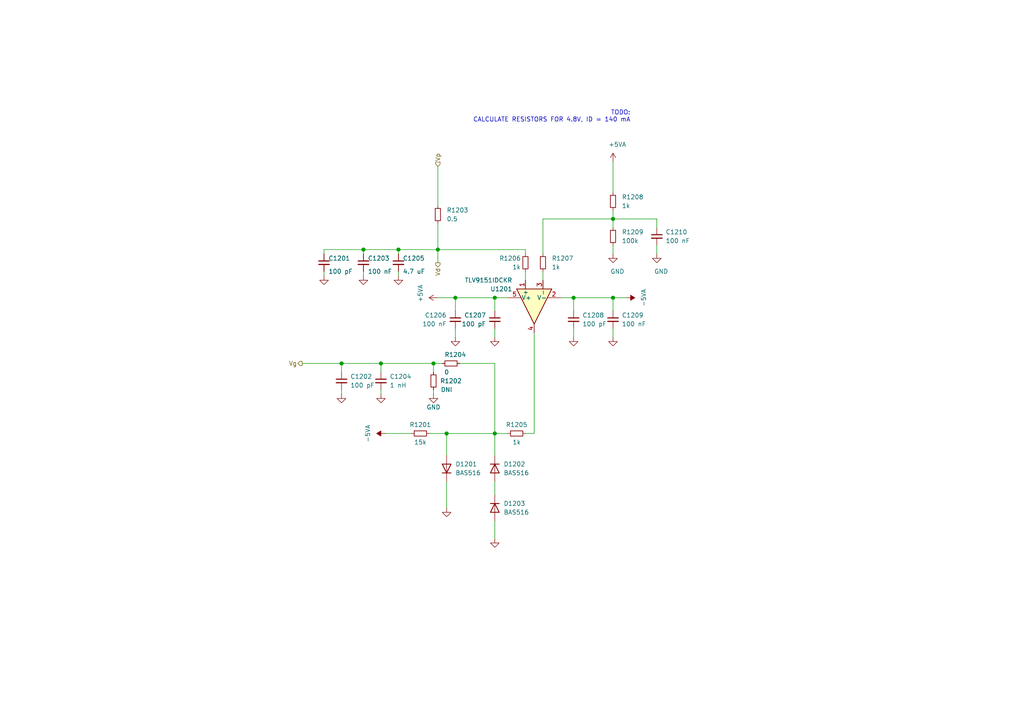
<source format=kicad_sch>
(kicad_sch (version 20211123) (generator eeschema)
  (paper "A4")
  (lib_symbols
    (symbol "Amplifier_Operational:TLV9001IDCK" (pin_names (offset 0.127))
      (property "Reference" "U" (at 7.62 2.54 0))
      (property "Value" "TLV9001IDCK" (at 11.43 -2.54 0))
      (symbol "TLV9001IDCK_0_1"
        (polyline (pts (xy -2.54 5.08) (xy -2.54 -5.08) (xy 7.62 0) (xy -2.54 5.08)) (stroke (width 0.254)) (fill (type background)))
      )
      (symbol "TLV9001IDCK_1_1"
        (pin input line (at -5.08 2.54 0) (length 2.54) (name "+") (number "1"))
        (pin power_in line (at 0 -7.62 90) (length 3.81) (name "V-") (number "2"))
        (pin input line (at -5.08 -2.54 0) (length 2.54) (name "-") (number "3"))
        (pin output line (at 10.16 0 180) (length 2.54) (name "~") (number "4"))
        (pin power_in line (at 0 7.62 270) (length 3.81) (name "V+") (number "5"))
      )
    )
    (symbol "Device:C_Small" (pin_numbers hide) (pin_names (offset 0.254) hide)
      (property "Reference" "C" (at 0.254 1.778 0))
      (property "Value" "C_Small" (at 0.254 -2.032 0))
      (symbol "C_Small_0_1"
        (polyline (pts (xy -1.524 -0.508) (xy 1.524 -0.508)) (stroke (width 0.3302)))
        (polyline (pts (xy -1.524 0.508) (xy 1.524 0.508)) (stroke (width 0.3048)))
      )
      (symbol "C_Small_1_1"
        (pin passive line (at 0 2.54 270) (length 2.032) (name "~") (number "1"))
        (pin passive line (at 0 -2.54 90) (length 2.032) (name "~") (number "2"))
      )
    )
    (symbol "Device:R_Small" (pin_numbers hide) (pin_names (offset 0.254) hide)
      (property "Reference" "R" (at 0.762 0.508 0))
      (property "Value" "R_Small" (at 0.762 -1.016 0))
      (symbol "R_Small_0_1"
        (rectangle (start -0.762 1.778) (end 0.762 -1.778) (stroke (width 0.2032)))
      )
      (symbol "R_Small_1_1"
        (pin passive line (at 0 2.54 270) (length 0.762) (name "~") (number "1"))
        (pin passive line (at 0 -2.54 90) (length 0.762) (name "~") (number "2"))
      )
    )
    (symbol "Diode:BAS516" (pin_numbers hide) (pin_names (offset 1.016) hide)
      (property "Reference" "D" (at 0 2.54 0))
      (property "Value" "BAS516" (at 0 -2.54 0))
      (symbol "BAS516_0_1"
        (polyline (pts (xy -1.27 1.27) (xy -1.27 -1.27)) (stroke (width 0.254)))
        (polyline (pts (xy 1.27 0) (xy -1.27 0)))
        (polyline (pts (xy 1.27 1.27) (xy 1.27 -1.27) (xy -1.27 0) (xy 1.27 1.27)) (stroke (width 0.254)))
      )
      (symbol "BAS516_1_1"
        (pin passive line (at -3.81 0 0) (length 2.54) (name "K") (number "1"))
        (pin passive line (at 3.81 0 180) (length 2.54) (name "A") (number "2"))
      )
    )
    (symbol "power:+5VA" (power) (pin_names (offset 0))
      (property "Value" "+5VA" (at 0 3.556 0))
      (symbol "+5VA_0_1"
        (polyline (pts (xy -0.762 1.27) (xy 0 2.54)))
        (polyline (pts (xy 0 0) (xy 0 2.54)))
        (polyline (pts (xy 0 2.54) (xy 0.762 1.27)))
      )
      (symbol "+5VA_1_1"
        (pin power_in line (at 0 0 90) (length 0) hide (name "+5VA") (number "1"))
      )
    )
    (symbol "power:-5VA" (power) (pin_names (offset 0))
      (property "Value" "-5VA" (at 0 3.81 0))
      (symbol "-5VA_0_0"
        (pin power_in line (at 0 0 90) (length 0) hide (name "-5VA") (number "1"))
      )
      (symbol "-5VA_0_1"
        (polyline (pts (xy 0 0) (xy 0 1.27) (xy 0.762 1.27) (xy 0 2.54) (xy -0.762 1.27) (xy 0 1.27)) (fill (type outline)))
      )
    )
    (symbol "power:GND" (power) (pin_names (offset 0))
      (property "Value" "GND" (at 0 -3.81 0))
      (symbol "GND_0_1"
        (polyline (pts (xy 0 0) (xy 0 -1.27) (xy 1.27 -1.27) (xy 0 -2.54) (xy -1.27 -1.27) (xy 0 -1.27)))
      )
      (symbol "GND_1_1"
        (pin power_in line (at 0 0 270) (length 0) hide (name "GND") (number "1"))
      )
    )
  )
  (junction (at 125.73 105.41) (diameter 1.016))
  (junction (at 166.37 86.36) (diameter 1.016))
  (junction (at 143.51 86.36) (diameter 1.016))
  (junction (at 115.57 72.39) (diameter 1.016))
  (junction (at 132.08 86.36) (diameter 1.016))
  (junction (at 105.41 72.39) (diameter 1.016))
  (junction (at 177.8 63.5) (diameter 1.016))
  (junction (at 127 72.39) (diameter 1.016))
  (junction (at 99.06 105.41) (diameter 1.016))
  (junction (at 177.8 86.36) (diameter 1.016))
  (junction (at 110.49 105.41) (diameter 1.016))
  (junction (at 129.54 125.73) (diameter 1.016))
  (junction (at 143.51 125.73) (diameter 1.016))
  (wire (pts (xy 93.98 72.39) (xy 105.41 72.39)))
  (wire (pts (xy 177.8 86.36) (xy 177.8 90.17)))
  (wire (pts (xy 181.61 86.36) (xy 177.8 86.36)))
  (wire (pts (xy 129.54 125.73) (xy 129.54 132.08)))
  (wire (pts (xy 110.49 105.41) (xy 110.49 107.95)))
  (wire (pts (xy 111.76 125.73) (xy 119.38 125.73)))
  (wire (pts (xy 154.94 96.52) (xy 154.94 125.73)))
  (wire (pts (xy 125.73 105.41) (xy 125.73 107.95)))
  (wire (pts (xy 133.35 105.41) (xy 143.51 105.41)))
  (wire (pts (xy 152.4 72.39) (xy 152.4 73.66)))
  (wire (pts (xy 152.4 125.73) (xy 154.94 125.73)))
  (wire (pts (xy 105.41 72.39) (xy 105.41 73.66)))
  (wire (pts (xy 99.06 105.41) (xy 99.06 107.95)))
  (wire (pts (xy 127 72.39) (xy 152.4 72.39)))
  (wire (pts (xy 105.41 78.74) (xy 105.41 80.01)))
  (wire (pts (xy 166.37 86.36) (xy 177.8 86.36)))
  (wire (pts (xy 93.98 78.74) (xy 93.98 80.01)))
  (wire (pts (xy 152.4 78.74) (xy 152.4 81.28)))
  (wire (pts (xy 157.48 63.5) (xy 157.48 73.66)))
  (wire (pts (xy 99.06 113.03) (xy 99.06 114.3)))
  (wire (pts (xy 115.57 78.74) (xy 115.57 80.01)))
  (wire (pts (xy 127 48.26) (xy 127 59.69)))
  (wire (pts (xy 177.8 60.96) (xy 177.8 63.5)))
  (wire (pts (xy 110.49 113.03) (xy 110.49 114.3)))
  (wire (pts (xy 127 86.36) (xy 132.08 86.36)))
  (wire (pts (xy 124.46 125.73) (xy 129.54 125.73)))
  (wire (pts (xy 132.08 95.25) (xy 132.08 97.79)))
  (wire (pts (xy 125.73 113.03) (xy 125.73 114.3)))
  (wire (pts (xy 177.8 71.12) (xy 177.8 73.66)))
  (wire (pts (xy 177.8 63.5) (xy 190.5 63.5)))
  (wire (pts (xy 190.5 63.5) (xy 190.5 66.04)))
  (wire (pts (xy 93.98 72.39) (xy 93.98 73.66)))
  (wire (pts (xy 129.54 125.73) (xy 143.51 125.73)))
  (wire (pts (xy 157.48 78.74) (xy 157.48 81.28)))
  (wire (pts (xy 115.57 72.39) (xy 127 72.39)))
  (wire (pts (xy 127 72.39) (xy 127 76.2)))
  (wire (pts (xy 127 64.77) (xy 127 72.39)))
  (wire (pts (xy 105.41 72.39) (xy 115.57 72.39)))
  (wire (pts (xy 190.5 71.12) (xy 190.5 73.66)))
  (wire (pts (xy 115.57 72.39) (xy 115.57 73.66)))
  (wire (pts (xy 143.51 125.73) (xy 143.51 132.08)))
  (wire (pts (xy 143.51 95.25) (xy 143.51 97.79)))
  (wire (pts (xy 177.8 63.5) (xy 177.8 66.04)))
  (wire (pts (xy 166.37 86.36) (xy 166.37 90.17)))
  (wire (pts (xy 110.49 105.41) (xy 125.73 105.41)))
  (wire (pts (xy 166.37 95.25) (xy 166.37 97.79)))
  (wire (pts (xy 157.48 63.5) (xy 177.8 63.5)))
  (wire (pts (xy 132.08 86.36) (xy 143.51 86.36)))
  (wire (pts (xy 143.51 125.73) (xy 147.32 125.73)))
  (wire (pts (xy 87.63 105.41) (xy 99.06 105.41)))
  (wire (pts (xy 132.08 86.36) (xy 132.08 90.17)))
  (wire (pts (xy 125.73 105.41) (xy 128.27 105.41)))
  (wire (pts (xy 143.51 139.7) (xy 143.51 143.51)))
  (wire (pts (xy 143.51 151.13) (xy 143.51 156.21)))
  (wire (pts (xy 143.51 86.36) (xy 147.32 86.36)))
  (wire (pts (xy 129.54 139.7) (xy 129.54 147.32)))
  (wire (pts (xy 177.8 95.25) (xy 177.8 97.79)))
  (wire (pts (xy 99.06 105.41) (xy 110.49 105.41)))
  (wire (pts (xy 177.8 46.99) (xy 177.8 55.88)))
  (wire (pts (xy 162.56 86.36) (xy 166.37 86.36)))
  (wire (pts (xy 143.51 86.36) (xy 143.51 90.17)))
  (wire (pts (xy 143.51 105.41) (xy 143.51 125.73)))
  (text "TODO:\nCALCULATE RESISTORS FOR 4.8V, ID = 140 mA" (at 182.88 35.56 180) (effects (font (size 1.27 1.27)) (justify right bottom)))
  (hierarchical_label "Vg" (shape output) (at 87.63 105.41 180))
  (hierarchical_label "Vp" (shape input) (at 127 48.26 90))
  (hierarchical_label "Vd" (shape output) (at 127 76.2 270))
  (symbol (lib_id "Device:C_Small") (at 105.41 76.2 0) (unit 1)
    (property "Reference" "C1203" (at 106.68 74.93 0) (effects (justify left)))
    (property "Value" "100 nF" (at 106.68 78.74 0) (effects (justify left)))
    (property "Footprint" "Capacitor_SMD:C_0402_1005Metric" (effects hide))
  )
  (symbol (lib_id "power:GND") (at 99.06 114.3 0) (unit 1)
    (property "Reference" "#PWR01202" (effects hide))
    (property "Value" "GND" (effects hide))
  )
  (symbol (lib_id "Device:R_Small") (at 152.4 76.2 0) (unit 1)
    (property "Reference" "R1206" (at 144.78 74.93 0) (effects (justify left)))
    (property "Value" "1k" (at 148.59 77.47 0) (effects (justify left)))
    (property "Footprint" "Resistor_SMD:R_0402_1005Metric" (effects hide))
  )
  (symbol (lib_id "Device:C_Small") (at 93.98 76.2 0) (unit 1)
    (property "Reference" "C1201" (at 95.25 74.93 0) (effects (justify left)))
    (property "Value" "100 pF" (at 95.25 78.74 0) (effects (justify left)))
    (property "Footprint" "Capacitor_SMD:C_0402_1005Metric" (effects hide))
  )
  (symbol (lib_id "Device:R_Small") (at 177.8 68.58 0) (unit 1)
    (property "Reference" "R1209" (at 180.34 67.31 0) (effects (justify left)))
    (property "Value" "100k" (at 180.34 69.85 0) (effects (justify left)))
    (property "Footprint" "Resistor_SMD:R_0402_1005Metric" (effects hide))
  )
  (symbol (lib_id "Diode:BAS516") (at 143.51 147.32 270) (unit 1)
    (property "Reference" "D1203" (at 146.05 146.05 90) (effects (justify left)))
    (property "Value" "BAS516" (at 146.05 148.59 90) (effects (justify left)))
    (property "Footprint" "Diode_SMD:D_SOD-523" (effects hide))
    (property "Datasheet" "https://assets.nexperia.com/documents/data-sheet/BAS16_SER.pdf" (effects hide))
  )
  (symbol (lib_id "power:+5VA") (at 177.8 46.99 0) (unit 1)
    (property "Reference" "#PWR01214" (effects hide))
    (property "Value" "+5VA" (at 179.07 41.91 0))
  )
  (symbol (lib_id "Device:R_Small") (at 130.81 105.41 270) (unit 1)
    (property "Reference" "R1204" (at 132.08 102.87 90))
    (property "Value" "0" (at 129.54 107.95 90))
    (property "Footprint" "Resistor_SMD:R_0402_1005Metric" (effects hide))
  )
  (symbol (lib_id "Device:R_Small") (at 157.48 76.2 0) (unit 1)
    (property "Reference" "R1207" (at 160.02 74.93 0) (effects (justify left)))
    (property "Value" "1k" (at 160.02 77.47 0) (effects (justify left)))
    (property "Footprint" "Resistor_SMD:R_0402_1005Metric" (effects hide))
  )
  (symbol (lib_id "Device:C_Small") (at 115.57 76.2 0) (unit 1)
    (property "Reference" "C1205" (at 116.84 74.93 0) (effects (justify left)))
    (property "Value" "4.7 uF" (at 116.84 78.74 0) (effects (justify left)))
    (property "Footprint" "Capacitor_SMD:C_0603_1608Metric" (effects hide))
  )
  (symbol (lib_id "power:GND") (at 115.57 80.01 0) (unit 1)
    (property "Reference" "#PWR01206" (effects hide))
    (property "Value" "GND" (effects hide))
  )
  (symbol (lib_id "Device:R_Small") (at 177.8 58.42 0) (unit 1)
    (property "Reference" "R1208" (at 180.34 57.15 0) (effects (justify left)))
    (property "Value" "1k" (at 180.34 59.69 0) (effects (justify left)))
    (property "Footprint" "Resistor_SMD:R_0402_1005Metric" (effects hide))
  )
  (symbol (lib_id "power:GND") (at 93.98 80.01 0) (unit 1)
    (property "Reference" "#PWR01201" (effects hide))
    (property "Value" "GND" (effects hide))
  )
  (symbol (lib_id "Device:C_Small") (at 99.06 110.49 0) (unit 1)
    (property "Reference" "C1202" (at 101.6 109.22 0) (effects (justify left)))
    (property "Value" "100 pF" (at 101.6 111.76 0) (effects (justify left)))
    (property "Footprint" "Capacitor_SMD:C_0402_1005Metric" (effects hide))
  )
  (symbol (lib_id "power:GND") (at 143.51 156.21 0) (mirror y) (unit 1)
    (property "Reference" "#PWR01212" (effects hide))
    (property "Value" "GND" (effects hide))
  )
  (symbol (lib_id "Device:C_Small") (at 143.51 92.71 0) (mirror y) (unit 1)
    (property "Reference" "C1207" (at 140.97 91.44 0) (effects (justify left)))
    (property "Value" "100 pF" (at 140.97 93.98 0) (effects (justify left)))
    (property "Footprint" "Capacitor_SMD:C_0402_1005Metric" (effects hide))
  )
  (symbol (lib_id "power:GND") (at 143.51 97.79 0) (mirror y) (unit 1)
    (property "Reference" "#PWR01211" (effects hide))
    (property "Value" "GND" (effects hide))
  )
  (symbol (lib_id "power:GND") (at 129.54 147.32 0) (mirror y) (unit 1)
    (property "Reference" "#PWR01209" (effects hide))
    (property "Value" "GND" (effects hide))
  )
  (symbol (lib_id "Diode:BAS516") (at 129.54 135.89 90) (unit 1)
    (property "Reference" "D1201" (at 132.08 134.62 90) (effects (justify right)))
    (property "Value" "BAS516" (at 132.08 137.16 90) (effects (justify right)))
    (property "Footprint" "Diode_SMD:D_SOD-523" (effects hide))
    (property "Datasheet" "https://assets.nexperia.com/documents/data-sheet/BAS16_SER.pdf" (effects hide))
  )
  (symbol (lib_id "Device:C_Small") (at 190.5 68.58 0) (unit 1)
    (property "Reference" "C1210" (at 193.04 67.31 0) (effects (justify left)))
    (property "Value" "100 nF" (at 193.04 69.85 0) (effects (justify left)))
    (property "Footprint" "Capacitor_SMD:C_0402_1005Metric" (effects hide))
  )
  (symbol (lib_id "power:GND") (at 125.73 114.3 0) (unit 1)
    (property "Reference" "#PWR01207" (effects hide))
    (property "Value" "GND" (at 125.73 118.11 0))
  )
  (symbol (lib_id "power:-5VA") (at 111.76 125.73 90) (unit 1)
    (property "Reference" "#PWR01205" (effects hide))
    (property "Value" "-5VA" (at 106.68 125.73 0))
  )
  (symbol (lib_id "Device:R_Small") (at 127 62.23 0) (unit 1)
    (property "Reference" "R1203" (at 129.54 60.96 0) (effects (justify left)))
    (property "Value" "0.5" (at 129.54 63.5 0) (effects (justify left)))
    (property "Footprint" "Resistor_SMD:R_0603_1608Metric" (effects hide))
  )
  (symbol (lib_id "power:-5VA") (at 181.61 86.36 270) (unit 1)
    (property "Reference" "#PWR01217" (effects hide))
    (property "Value" "-5VA" (at 186.69 86.36 0))
  )
  (symbol (lib_id "power:GND") (at 132.08 97.79 0) (mirror y) (unit 1)
    (property "Reference" "#PWR01210" (effects hide))
    (property "Value" "GND" (effects hide))
  )
  (symbol (lib_id "Amplifier_Operational:TLV9001IDCK") (at 154.94 86.36 90) (mirror x) (unit 1)
    (property "Reference" "U1201" (at 148.59 83.82 90) (effects (justify left)))
    (property "Value" "TLV9151IDCKR" (at 148.59 81.28 90) (effects (justify left)))
    (property "Footprint" "Package_TO_SOT_SMD:SOT-353_SC-70-5" (effects hide))
    (property "Datasheet" "https://www.ti.com/lit/ds/symlink/tlv9001.pdf" (effects hide))
  )
  (symbol (lib_id "power:GND") (at 110.49 114.3 0) (unit 1)
    (property "Reference" "#PWR01204" (effects hide))
    (property "Value" "GND" (effects hide))
  )
  (symbol (lib_id "Device:R_Small") (at 121.92 125.73 90) (unit 1)
    (property "Reference" "R1201" (at 121.92 123.19 90))
    (property "Value" "15k" (at 121.92 128.27 90))
    (property "Footprint" "Resistor_SMD:R_0402_1005Metric" (effects hide))
  )
  (symbol (lib_id "power:GND") (at 190.5 73.66 0) (unit 1)
    (property "Reference" "#PWR01218" (effects hide))
    (property "Value" "GND" (at 191.77 78.74 0))
  )
  (symbol (lib_id "power:GND") (at 105.41 80.01 0) (unit 1)
    (property "Reference" "#PWR01203" (effects hide))
    (property "Value" "GND" (effects hide))
  )
  (symbol (lib_id "power:GND") (at 177.8 97.79 0) (unit 1)
    (property "Reference" "#PWR01216" (effects hide))
    (property "Value" "GND" (effects hide))
  )
  (symbol (lib_id "Diode:BAS516") (at 143.51 135.89 270) (unit 1)
    (property "Reference" "D1202" (at 146.05 134.62 90) (effects (justify left)))
    (property "Value" "BAS516" (at 146.05 137.16 90) (effects (justify left)))
    (property "Footprint" "Diode_SMD:D_SOD-523" (effects hide))
    (property "Datasheet" "https://assets.nexperia.com/documents/data-sheet/BAS16_SER.pdf" (effects hide))
  )
  (symbol (lib_id "Device:C_Small") (at 132.08 92.71 0) (mirror y) (unit 1)
    (property "Reference" "C1206" (at 129.54 91.44 0) (effects (justify left)))
    (property "Value" "100 nF" (at 129.54 93.98 0) (effects (justify left)))
    (property "Footprint" "Capacitor_SMD:C_0402_1005Metric" (effects hide))
  )
  (symbol (lib_id "power:GND") (at 177.8 73.66 0) (unit 1)
    (property "Reference" "#PWR01215" (effects hide))
    (property "Value" "GND" (at 179.07 78.74 0))
  )
  (symbol (lib_id "Device:R_Small") (at 149.86 125.73 90) (unit 1)
    (property "Reference" "R1205" (at 149.86 123.19 90))
    (property "Value" "1k" (at 149.86 128.27 90))
    (property "Footprint" "Resistor_SMD:R_0402_1005Metric" (effects hide))
  )
  (symbol (lib_id "Device:C_Small") (at 166.37 92.71 0) (unit 1)
    (property "Reference" "C1208" (at 168.91 91.44 0) (effects (justify left)))
    (property "Value" "100 pF" (at 168.91 93.98 0) (effects (justify left)))
    (property "Footprint" "Capacitor_SMD:C_0402_1005Metric" (effects hide))
  )
  (symbol (lib_id "Device:R_Small") (at 125.73 110.49 180) (unit 1)
    (property "Reference" "R1202" (at 130.81 110.49 0))
    (property "Value" "DNI" (at 129.54 113.03 0))
    (property "Footprint" "Resistor_SMD:R_0402_1005Metric" (effects hide))
  )
  (symbol (lib_id "power:+5VA") (at 127 86.36 90) (unit 1)
    (property "Reference" "#PWR01208" (effects hide))
    (property "Value" "+5VA" (at 121.92 85.09 0))
  )
  (symbol (lib_id "power:GND") (at 166.37 97.79 0) (unit 1)
    (property "Reference" "#PWR01213" (effects hide))
    (property "Value" "GND" (effects hide))
  )
  (symbol (lib_id "Device:C_Small") (at 110.49 110.49 0) (unit 1)
    (property "Reference" "C1204" (at 113.03 109.22 0) (effects (justify left)))
    (property "Value" "1 nH" (at 113.03 111.76 0) (effects (justify left)))
    (property "Footprint" "Capacitor_SMD:C_0402_1005Metric" (effects hide))
  )
  (symbol (lib_id "Device:C_Small") (at 177.8 92.71 0) (unit 1)
    (property "Reference" "C1209" (at 180.34 91.44 0) (effects (justify left)))
    (property "Value" "100 nF" (at 180.34 93.98 0) (effects (justify left)))
    (property "Footprint" "Capacitor_SMD:C_0402_1005Metric" (effects hide))
  )
)
</source>
